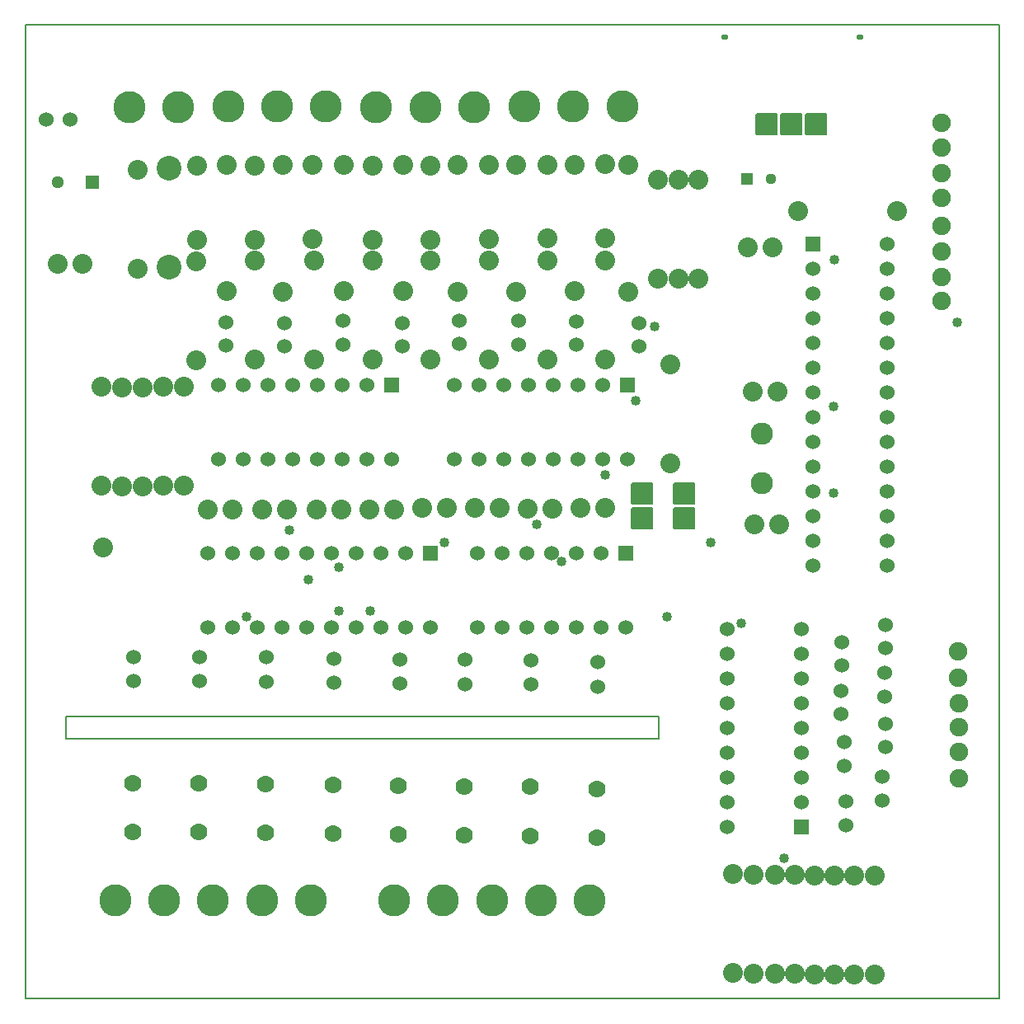
<source format=gbr>
G04 PROTEUS RS274X GERBER FILE*
%FSLAX45Y45*%
%MOMM*%
G01*
%ADD33C,1.016000*%
%ADD24C,2.032000*%
%AMPPAD028*
4,1,36,
-0.635000,0.762000,
0.635000,0.762000,
0.660970,0.759470,
0.684980,0.752200,
0.706580,0.740650,
0.725290,0.725290,
0.740650,0.706570,
0.752200,0.684980,
0.759470,0.660970,
0.762000,0.635000,
0.762000,-0.635000,
0.759470,-0.660970,
0.752200,-0.684980,
0.740650,-0.706570,
0.725290,-0.725290,
0.706580,-0.740650,
0.684980,-0.752200,
0.660970,-0.759470,
0.635000,-0.762000,
-0.635000,-0.762000,
-0.660970,-0.759470,
-0.684980,-0.752200,
-0.706580,-0.740650,
-0.725290,-0.725290,
-0.740650,-0.706570,
-0.752200,-0.684980,
-0.759470,-0.660970,
-0.762000,-0.635000,
-0.762000,0.635000,
-0.759470,0.660970,
-0.752200,0.684980,
-0.740650,0.706570,
-0.725290,0.725290,
-0.706580,0.740650,
-0.684980,0.752200,
-0.660970,0.759470,
-0.635000,0.762000,
0*%
%ADD34PPAD028*%
%ADD25C,1.524000*%
%ADD35C,1.905000*%
%AMPPAD030*
4,1,36,
-0.762000,-0.635000,
-0.762000,0.635000,
-0.759470,0.660970,
-0.752200,0.684980,
-0.740650,0.706580,
-0.725290,0.725290,
-0.706570,0.740650,
-0.684980,0.752200,
-0.660970,0.759470,
-0.635000,0.762000,
0.635000,0.762000,
0.660970,0.759470,
0.684980,0.752200,
0.706570,0.740650,
0.725290,0.725290,
0.740650,0.706580,
0.752200,0.684980,
0.759470,0.660970,
0.762000,0.635000,
0.762000,-0.635000,
0.759470,-0.660970,
0.752200,-0.684980,
0.740650,-0.706580,
0.725290,-0.725290,
0.706570,-0.740650,
0.684980,-0.752200,
0.660970,-0.759470,
0.635000,-0.762000,
-0.635000,-0.762000,
-0.660970,-0.759470,
-0.684980,-0.752200,
-0.706570,-0.740650,
-0.725290,-0.725290,
-0.740650,-0.706580,
-0.752200,-0.684980,
-0.759470,-0.660970,
-0.762000,-0.635000,
0*%
%ADD36PPAD030*%
%AMPPAD031*
4,1,4,
0.640000,-0.640000,
-0.640000,-0.640000,
-0.640000,0.640000,
0.640000,0.640000,
0.640000,-0.640000,
0*%
%ADD37PPAD031*%
%ADD22C,1.280000*%
%ADD38C,3.302000*%
%ADD29C,2.286000*%
%ADD18C,1.778000*%
%AMPPAD033*
4,1,4,
-0.560000,0.560000,
0.560000,0.560000,
0.560000,-0.560000,
-0.560000,-0.560000,
-0.560000,0.560000,
0*%
%ADD39PPAD033*%
%ADD27C,1.120000*%
%AMPPAD034*
4,1,36,
-1.016000,1.143000,
1.016000,1.143000,
1.041970,1.140470,
1.065980,1.133200,
1.087580,1.121650,
1.106290,1.106290,
1.121650,1.087570,
1.133200,1.065980,
1.140470,1.041970,
1.143000,1.016000,
1.143000,-1.016000,
1.140470,-1.041970,
1.133200,-1.065980,
1.121650,-1.087570,
1.106290,-1.106290,
1.087580,-1.121650,
1.065980,-1.133200,
1.041970,-1.140470,
1.016000,-1.143000,
-1.016000,-1.143000,
-1.041970,-1.140470,
-1.065980,-1.133200,
-1.087580,-1.121650,
-1.106290,-1.106290,
-1.121650,-1.087570,
-1.133200,-1.065980,
-1.140470,-1.041970,
-1.143000,-1.016000,
-1.143000,1.016000,
-1.140470,1.041970,
-1.133200,1.065980,
-1.121650,1.087570,
-1.106290,1.106290,
-1.087580,1.121650,
-1.065980,1.133200,
-1.041970,1.140470,
-1.016000,1.143000,
0*%
%ADD40PPAD034*%
%ADD41C,2.540000*%
%AMPPAD036*
4,1,36,
1.143000,1.016000,
1.143000,-1.016000,
1.140470,-1.041970,
1.133200,-1.065980,
1.121650,-1.087580,
1.106290,-1.106290,
1.087570,-1.121650,
1.065980,-1.133200,
1.041970,-1.140470,
1.016000,-1.143000,
-1.016000,-1.143000,
-1.041970,-1.140470,
-1.065980,-1.133200,
-1.087570,-1.121650,
-1.106290,-1.106290,
-1.121650,-1.087580,
-1.133200,-1.065980,
-1.140470,-1.041970,
-1.143000,-1.016000,
-1.143000,1.016000,
-1.140470,1.041970,
-1.133200,1.065980,
-1.121650,1.087580,
-1.106290,1.106290,
-1.087570,1.121650,
-1.065980,1.133200,
-1.041970,1.140470,
-1.016000,1.143000,
1.016000,1.143000,
1.041970,1.140470,
1.065980,1.133200,
1.087570,1.121650,
1.106290,1.106290,
1.121650,1.087580,
1.133200,1.065980,
1.140470,1.041970,
1.143000,1.016000,
0*%
%ADD42PPAD036*%
%AMPPAD037*
4,1,48,
0.327800,0.100000,
0.327800,-0.100000,
0.326900,-0.118480,
0.324260,-0.136350,
0.319960,-0.153540,
0.306710,-0.185550,
0.287780,-0.213850,
0.263850,-0.237780,
0.235550,-0.256700,
0.203550,-0.269960,
0.186350,-0.274260,
0.168480,-0.276900,
0.150000,-0.277800,
-0.150000,-0.277800,
-0.168480,-0.276900,
-0.186350,-0.274260,
-0.203550,-0.269960,
-0.235550,-0.256700,
-0.263850,-0.237780,
-0.287780,-0.213850,
-0.306710,-0.185550,
-0.319960,-0.153540,
-0.324260,-0.136350,
-0.326900,-0.118480,
-0.327800,-0.100000,
-0.327800,0.100000,
-0.326900,0.118480,
-0.324260,0.136350,
-0.319960,0.153540,
-0.306710,0.185550,
-0.287780,0.213850,
-0.263850,0.237780,
-0.235550,0.256700,
-0.203550,0.269960,
-0.186350,0.274260,
-0.168480,0.276900,
-0.150000,0.277800,
0.150000,0.277800,
0.168480,0.276900,
0.186350,0.274260,
0.203550,0.269960,
0.235550,0.256700,
0.263850,0.237780,
0.287780,0.213850,
0.306710,0.185550,
0.319960,0.153540,
0.324260,0.136350,
0.326900,0.118480,
0.327800,0.100000,
0*%
%ADD43PPAD037*%
%ADD73C,0.203200*%
%TD.AperFunction*%
D33*
X+2794000Y-3556000D03*
X+1460500Y+1905000D03*
X-698500Y-317500D03*
X+254000Y-127000D03*
X-1460500Y-1016000D03*
X-1778000Y-1016000D03*
X-1778000Y-571500D03*
X-2286000Y-190500D03*
X+952500Y+381000D03*
X+1270000Y+1143000D03*
X+3302000Y+1079500D03*
X-2095500Y-698500D03*
X+3302000Y+190500D03*
X+1587500Y-1079500D03*
X+2349500Y-1143000D03*
X-2730500Y-1079500D03*
X+508000Y-508000D03*
X+2040000Y-317500D03*
D24*
X-4206000Y-366000D03*
D33*
X+4570716Y+1945278D03*
X+3311533Y+2583741D03*
D34*
X+3088260Y+2747920D03*
D25*
X+3088260Y+2493920D03*
X+3088260Y+2239920D03*
X+3088260Y+1985920D03*
X+3088260Y+1731920D03*
X+3088260Y+1477920D03*
X+3088260Y+1223920D03*
X+3088260Y+969920D03*
X+3088260Y+715920D03*
X+3088260Y+461920D03*
X+3088260Y+207920D03*
X+3088260Y-46080D03*
X+3088260Y-300080D03*
X+3088260Y-554080D03*
X+3850260Y-554080D03*
X+3850260Y-300080D03*
X+3850260Y-46080D03*
X+3850260Y+207920D03*
X+3850260Y+461920D03*
X+3850260Y+715920D03*
X+3850260Y+969920D03*
X+3850260Y+1223920D03*
X+3850260Y+1477920D03*
X+3850260Y+1731920D03*
X+3850260Y+1985920D03*
X+3850260Y+2239920D03*
X+3850260Y+2493920D03*
X+3850260Y+2745920D03*
D35*
X+4586260Y-2733620D03*
X+4586260Y-2463620D03*
X+4586260Y-2213620D03*
X+4586260Y-1963620D03*
X+4576260Y-1703620D03*
X+4576260Y-1433620D03*
D34*
X-841720Y-428820D03*
D25*
X-1095720Y-428820D03*
X-1349720Y-428820D03*
X-1603720Y-428820D03*
X-1857720Y-428820D03*
X-2111720Y-428820D03*
X-2365720Y-428820D03*
X-2619720Y-428820D03*
X-2873720Y-428820D03*
X-3127720Y-428820D03*
X-3127720Y-1190820D03*
X-2873720Y-1190820D03*
X-2619720Y-1190820D03*
X-2365720Y-1190820D03*
X-2111720Y-1190820D03*
X-1857720Y-1190820D03*
X-1603720Y-1190820D03*
X-1349720Y-1190820D03*
X-1095720Y-1190820D03*
X-841720Y-1190820D03*
D36*
X+2971540Y-3240160D03*
D25*
X+2971540Y-2986160D03*
X+2971540Y-2732160D03*
X+2971540Y-2478160D03*
X+2971540Y-2224160D03*
X+2971540Y-1970160D03*
X+2971540Y-1716160D03*
X+2971540Y-1462160D03*
X+2971540Y-1208160D03*
X+2209540Y-1208160D03*
X+2209540Y-1462160D03*
X+2209540Y-1716160D03*
X+2209540Y-1970160D03*
X+2209540Y-2224160D03*
X+2209540Y-2478160D03*
X+2209540Y-2732160D03*
X+2209540Y-2986160D03*
X+2209540Y-3240160D03*
D34*
X+1178980Y+1302700D03*
D25*
X+924980Y+1302700D03*
X+670980Y+1302700D03*
X+416980Y+1302700D03*
X+162980Y+1302700D03*
X-91020Y+1302700D03*
X-345020Y+1302700D03*
X-599020Y+1302700D03*
X-599020Y+540700D03*
X-345020Y+540700D03*
X-91020Y+540700D03*
X+162980Y+540700D03*
X+416980Y+540700D03*
X+670980Y+540700D03*
X+924980Y+540700D03*
X+1178980Y+540700D03*
D34*
X-1243020Y+1298700D03*
D25*
X-1497020Y+1298700D03*
X-1751020Y+1298700D03*
X-2005020Y+1298700D03*
X-2259020Y+1298700D03*
X-2513020Y+1298700D03*
X-2767020Y+1298700D03*
X-3021020Y+1298700D03*
X-3021020Y+536700D03*
X-2767020Y+536700D03*
X-2513020Y+536700D03*
X-2259020Y+536700D03*
X-2005020Y+536700D03*
X-1751020Y+536700D03*
X-1497020Y+536700D03*
X-1243020Y+536700D03*
D34*
X+1165280Y-422820D03*
D25*
X+911280Y-422820D03*
X+657280Y-422820D03*
X+403280Y-422820D03*
X+149280Y-422820D03*
X-104720Y-422820D03*
X-358720Y-422820D03*
X-358720Y-1184820D03*
X-104720Y-1184820D03*
X+149280Y-1184820D03*
X+403280Y-1184820D03*
X+657280Y-1184820D03*
X+911280Y-1184820D03*
X+1165280Y-1184820D03*
D35*
X+4411620Y+3996280D03*
X+4411620Y+3736280D03*
X+4411620Y+3476280D03*
X+4411620Y+3226280D03*
X+4408120Y+2932800D03*
X+4408120Y+2672800D03*
X+4408120Y+2412800D03*
X+4408120Y+2162800D03*
D37*
X-4314940Y+3385680D03*
D22*
X-4664940Y+3385680D03*
D38*
X-3072100Y-3990740D03*
X-2571720Y-3990740D03*
X-2071340Y-3990740D03*
X+794020Y-3991060D03*
X+293640Y-3991060D03*
X-206740Y-3991060D03*
X-2919020Y+4158700D03*
X-2418640Y+4158700D03*
X-1918260Y+4158700D03*
X-1396020Y+4156700D03*
X-895640Y+4156700D03*
X-395260Y+4156700D03*
X+126980Y+4161700D03*
X+627360Y+4161700D03*
X+1127740Y+4161700D03*
D29*
X+2559560Y+799300D03*
X+2559560Y+291300D03*
D25*
X-3889740Y-1490320D03*
X-3889740Y-1740320D03*
D18*
X-3899740Y-2790320D03*
X-3899740Y-3290320D03*
D25*
X-3211560Y-1490320D03*
X-3211560Y-1740320D03*
D18*
X-3221560Y-2790320D03*
X-3221560Y-3290320D03*
D25*
X-2524480Y-1496040D03*
X-2524480Y-1746040D03*
D18*
X-2534480Y-2796040D03*
X-2534480Y-3296040D03*
D25*
X-1833600Y-1508740D03*
X-1833600Y-1758740D03*
D18*
X-1843600Y-2808740D03*
X-1843600Y-3308740D03*
D38*
X-3575800Y-3990260D03*
X-4076180Y-3990260D03*
D25*
X-1158260Y-1516100D03*
X-1158260Y-1766100D03*
D18*
X-1168260Y-2816100D03*
X-1168260Y-3316100D03*
D25*
X-487700Y-1518640D03*
X-487700Y-1768640D03*
D18*
X-497700Y-2818640D03*
X-497700Y-3318640D03*
D25*
X+193020Y-1526260D03*
X+193020Y-1776260D03*
D18*
X+183020Y-2826260D03*
X+183020Y-3326260D03*
D25*
X+876280Y-1544040D03*
X+876280Y-1794040D03*
D18*
X+866280Y-2844040D03*
X+866280Y-3344040D03*
D38*
X-710480Y-3988500D03*
X-1210860Y-3988500D03*
D39*
X+2409160Y+3418040D03*
D27*
X+2659160Y+3418040D03*
D40*
X+2616200Y+3972560D03*
X+2870200Y+3972560D03*
X+3124200Y+3972560D03*
D24*
X+1704340Y+2395220D03*
X+1704340Y+3411220D03*
X+3947160Y+3091180D03*
X+2931160Y+3091180D03*
X+1910080Y+2390140D03*
X+1910080Y+3406140D03*
X+1496060Y+2390140D03*
X+1496060Y+3406140D03*
X+1621320Y+499620D03*
X+1621320Y+1515620D03*
X-3794760Y+261620D03*
X-3794760Y+1277620D03*
X-4008120Y+261620D03*
X-4008120Y+1277620D03*
X-3585680Y+271020D03*
X-3585680Y+1287020D03*
D38*
X-3435060Y+4152100D03*
X-3935440Y+4152100D03*
D41*
X-3521240Y+3526280D03*
X-3521240Y+2510280D03*
D24*
X-2318260Y+26200D03*
X-2572260Y+26200D03*
X-3127280Y+21280D03*
X-2873280Y+21280D03*
X-1463580Y+26360D03*
X-1209580Y+26360D03*
X-2012220Y+26360D03*
X-1758220Y+26360D03*
X-922020Y+38100D03*
X-668020Y+38100D03*
X-381000Y+38100D03*
X-127000Y+38100D03*
X+414820Y+34800D03*
X+160820Y+34800D03*
X+955840Y+37340D03*
X+701840Y+37340D03*
X-4414520Y+2547620D03*
X-4668520Y+2547620D03*
X+2670300Y+2716060D03*
X+2416300Y+2716060D03*
X+2719540Y+1230120D03*
X+2465540Y+1230120D03*
X+2487460Y-132840D03*
X+2741460Y-132840D03*
D42*
X+1762760Y+182880D03*
X+1762760Y-71120D03*
X+1334300Y+182120D03*
X+1334300Y-71880D03*
D24*
X+1192980Y+3561700D03*
X+1192980Y+2261700D03*
X+954980Y+2576700D03*
X+954980Y+1560700D03*
D25*
X+1303980Y+1938700D03*
X+1303980Y+1698700D03*
D24*
X+953980Y+2806700D03*
X+953980Y+3566700D03*
X+640980Y+3565700D03*
X+640980Y+2265700D03*
X+358980Y+1566700D03*
X+358980Y+2582700D03*
D25*
X+656980Y+1952700D03*
X+656980Y+1712700D03*
D24*
X+361980Y+2805700D03*
X+361980Y+3565700D03*
X+37980Y+3561700D03*
X+37980Y+2261700D03*
X-236020Y+1561700D03*
X-236020Y+2577700D03*
D25*
X+64980Y+1958700D03*
X+64980Y+1718700D03*
D24*
X-238020Y+2801700D03*
X-238020Y+3561700D03*
X-564020Y+3561700D03*
X-564020Y+2261700D03*
X-837020Y+1563700D03*
X-837020Y+2579700D03*
D25*
X-541020Y+1962700D03*
X-541020Y+1722700D03*
D24*
X-841020Y+2792700D03*
X-841020Y+3552700D03*
X-1124020Y+3562700D03*
X-1124020Y+2262700D03*
X-1433020Y+1563700D03*
X-1433020Y+2579700D03*
D25*
X-1131020Y+1935700D03*
X-1131020Y+1695700D03*
D24*
X-1431020Y+2792700D03*
X-1431020Y+3552700D03*
X-1727020Y+3562700D03*
X-1727020Y+2262700D03*
X-2038020Y+1563700D03*
X-2038020Y+2579700D03*
D25*
X-1741020Y+1957700D03*
X-1741020Y+1717700D03*
D24*
X-2051020Y+2802700D03*
X-2051020Y+3562700D03*
X-2355020Y+3560700D03*
X-2355020Y+2260700D03*
X-2644020Y+1560700D03*
X-2644020Y+2576700D03*
D25*
X-2341020Y+1938700D03*
X-2341020Y+1698700D03*
D24*
X-2641020Y+2792700D03*
X-2641020Y+3552700D03*
X-2930020Y+3563700D03*
X-2930020Y+2263700D03*
X-3246020Y+1556700D03*
X-3246020Y+2572700D03*
D25*
X-2938020Y+1946700D03*
X-2938020Y+1706700D03*
D24*
X-3241020Y+2792700D03*
X-3241020Y+3552700D03*
X+2262380Y-4737900D03*
X+2262380Y-3721900D03*
D25*
X+3425660Y-2977420D03*
X+3425660Y-3217420D03*
D24*
X+2480820Y-4740440D03*
X+2480820Y-3724440D03*
D25*
X+3799840Y-2724180D03*
X+3799840Y-2964180D03*
D24*
X+2694180Y-4748060D03*
X+2694180Y-3732060D03*
D25*
X+3411220Y-2368580D03*
X+3411220Y-2608580D03*
D24*
X+2899920Y-4742980D03*
X+2899920Y-3726980D03*
D25*
X+3829520Y-2177320D03*
X+3829520Y-2417320D03*
D24*
X+3103120Y-4750600D03*
X+3103120Y-3734600D03*
D25*
X+3378200Y-1836420D03*
X+3378200Y-2076420D03*
D24*
X+3307880Y-4753100D03*
X+3307880Y-3737100D03*
D25*
X+3824440Y-1656620D03*
X+3824440Y-1896620D03*
D24*
X+3512820Y-4752340D03*
X+3512820Y-3736340D03*
D25*
X+3385060Y-1340680D03*
X+3385060Y-1580680D03*
D24*
X+3720800Y-4755500D03*
X+3720800Y-3739500D03*
D25*
X+3836280Y-1160980D03*
X+3836280Y-1400980D03*
D24*
X-3845560Y+3512820D03*
X-3845560Y+2496820D03*
D25*
X-4544060Y+4023360D03*
X-4784060Y+4023360D03*
D24*
X-4216400Y+264160D03*
X-4216400Y+1280160D03*
X-3372360Y+264960D03*
X-3372360Y+1280960D03*
D43*
X+3568700Y+4871720D03*
X+2178700Y+4871720D03*
D73*
X-5000000Y-5000000D02*
X+5000000Y-5000000D01*
X+5000000Y+5000000D01*
X-5000000Y+5000000D01*
X-5000000Y-5000000D01*
X-4587400Y-2331860D02*
X+1503520Y-2331860D01*
X+1503520Y-2105800D01*
X-4587400Y-2105800D01*
X-4587400Y-2331860D01*
M02*

</source>
